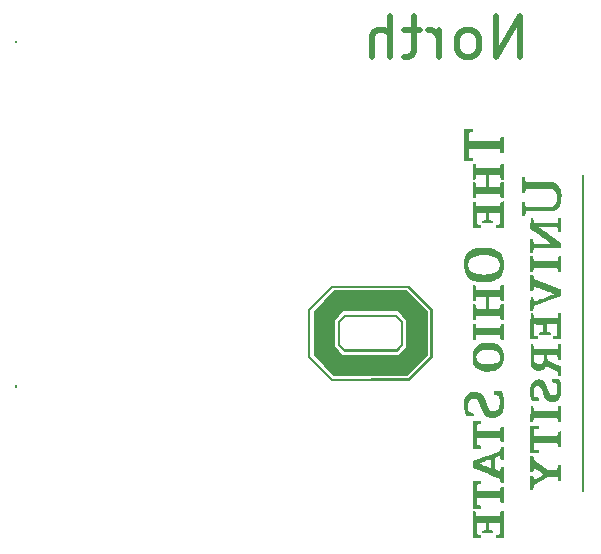
<source format=gbr>
%TF.GenerationSoftware,KiCad,Pcbnew,(6.0.9)*%
%TF.CreationDate,2023-01-22T20:54:45-05:00*%
%TF.ProjectId,Temps_North_DCT_HSK,54656d70-735f-44e6-9f72-74685f444354,rev?*%
%TF.SameCoordinates,Original*%
%TF.FileFunction,Legend,Bot*%
%TF.FilePolarity,Positive*%
%FSLAX46Y46*%
G04 Gerber Fmt 4.6, Leading zero omitted, Abs format (unit mm)*
G04 Created by KiCad (PCBNEW (6.0.9)) date 2023-01-22 20:54:45*
%MOMM*%
%LPD*%
G01*
G04 APERTURE LIST*
%ADD10C,0.254000*%
%ADD11C,0.500000*%
G04 APERTURE END LIST*
D10*
X92680002Y-50830000D02*
G75*
G03*
X92680002Y-50830000I-1J0D01*
G01*
X92690001Y-80020000D02*
G75*
G03*
X92690001Y-80020000I-1J0D01*
G01*
D11*
X135373619Y-52120933D02*
X135373619Y-48620933D01*
X133373619Y-52120933D01*
X133373619Y-48620933D01*
X131206952Y-52120933D02*
X131540285Y-51954266D01*
X131706952Y-51787600D01*
X131873619Y-51454266D01*
X131873619Y-50454266D01*
X131706952Y-50120933D01*
X131540285Y-49954266D01*
X131206952Y-49787600D01*
X130706952Y-49787600D01*
X130373619Y-49954266D01*
X130206952Y-50120933D01*
X130040285Y-50454266D01*
X130040285Y-51454266D01*
X130206952Y-51787600D01*
X130373619Y-51954266D01*
X130706952Y-52120933D01*
X131206952Y-52120933D01*
X128540285Y-52120933D02*
X128540285Y-49787600D01*
X128540285Y-50454266D02*
X128373619Y-50120933D01*
X128206952Y-49954266D01*
X127873619Y-49787600D01*
X127540285Y-49787600D01*
X126873619Y-49787600D02*
X125540285Y-49787600D01*
X126373619Y-48620933D02*
X126373619Y-51620933D01*
X126206952Y-51954266D01*
X125873619Y-52120933D01*
X125540285Y-52120933D01*
X124373619Y-52120933D02*
X124373619Y-48620933D01*
X122873619Y-52120933D02*
X122873619Y-50287600D01*
X123040285Y-49954266D01*
X123373619Y-49787600D01*
X123873619Y-49787600D01*
X124206952Y-49954266D01*
X124373619Y-50120933D01*
%TO.C,G\u002A\u002A\u002A*%
G36*
X131499801Y-90578042D02*
G01*
X131514286Y-90579255D01*
X131576825Y-90588533D01*
X131611982Y-90613393D01*
X131632084Y-90670030D01*
X131649460Y-90774637D01*
X131677472Y-90961163D01*
X133678125Y-90961163D01*
X133700145Y-90766527D01*
X133722166Y-90571891D01*
X133973300Y-90571891D01*
X133973300Y-92810205D01*
X133292074Y-92810205D01*
X133292074Y-92555639D01*
X133462381Y-92528567D01*
X133632687Y-92501495D01*
X133650641Y-91545071D01*
X132773045Y-91545071D01*
X132773045Y-92153060D01*
X132935242Y-92174576D01*
X133017518Y-92186809D01*
X133072961Y-92205684D01*
X133094080Y-92241693D01*
X133097438Y-92308512D01*
X133097438Y-92420933D01*
X132124258Y-92420933D01*
X132124258Y-92311958D01*
X132126813Y-92253787D01*
X132145344Y-92215330D01*
X132195910Y-92193096D01*
X132294565Y-92174090D01*
X132464871Y-92145198D01*
X132474198Y-91845135D01*
X132483526Y-91545071D01*
X131700813Y-91545071D01*
X131718767Y-92501495D01*
X131889073Y-92528567D01*
X132059380Y-92555639D01*
X132059380Y-92810205D01*
X131378154Y-92810205D01*
X131378154Y-90567974D01*
X131499801Y-90578042D01*
G37*
G36*
X136542378Y-69356565D02*
G01*
X138543271Y-69356565D01*
X138563900Y-69202478D01*
X138573562Y-69132895D01*
X138591559Y-69039818D01*
X138616472Y-68990359D01*
X138657702Y-68970768D01*
X138724645Y-68967293D01*
X138839201Y-68967293D01*
X138839201Y-70333662D01*
X138717553Y-70323593D01*
X138703068Y-70322381D01*
X138640529Y-70313103D01*
X138605372Y-70288243D01*
X138585270Y-70231606D01*
X138567894Y-70126999D01*
X138539882Y-69940473D01*
X136542378Y-69940473D01*
X136497198Y-70329745D01*
X136244054Y-70329745D01*
X136244054Y-68967293D01*
X136497198Y-68967293D01*
X136542378Y-69356565D01*
G37*
G36*
X136518133Y-86077026D02*
G01*
X136540172Y-86253426D01*
X137138345Y-86644714D01*
X137736517Y-87036003D01*
X138539882Y-87036003D01*
X138567894Y-86849477D01*
X138571238Y-86827269D01*
X138588204Y-86732108D01*
X138610027Y-86682119D01*
X138649034Y-86661109D01*
X138717553Y-86652883D01*
X138839201Y-86642815D01*
X138839201Y-88009183D01*
X138724645Y-88009183D01*
X138686318Y-88008554D01*
X138633814Y-87998482D01*
X138602175Y-87965199D01*
X138582004Y-87894955D01*
X138563900Y-87773998D01*
X138543271Y-87619911D01*
X137703147Y-87619911D01*
X137121724Y-87994465D01*
X136540301Y-88369020D01*
X136518197Y-88545934D01*
X136496093Y-88722849D01*
X136244054Y-88722849D01*
X136244054Y-87587472D01*
X136493068Y-87587472D01*
X136522648Y-87765558D01*
X136552228Y-87943643D01*
X136892841Y-87730426D01*
X137029746Y-87644642D01*
X137154727Y-87566173D01*
X137252234Y-87504790D01*
X137308499Y-87469146D01*
X137320207Y-87461469D01*
X137341930Y-87441872D01*
X137342644Y-87419645D01*
X137315594Y-87388360D01*
X137254027Y-87341591D01*
X137151189Y-87272911D01*
X137000326Y-87175894D01*
X136955408Y-87147219D01*
X136818288Y-87060521D01*
X136702509Y-86988539D01*
X136619127Y-86938097D01*
X136579198Y-86916018D01*
X136564828Y-86918326D01*
X136539234Y-86970073D01*
X136518692Y-87082205D01*
X136496093Y-87263078D01*
X136244054Y-87263078D01*
X136244054Y-85900626D01*
X136496093Y-85900626D01*
X136518133Y-86077026D01*
G37*
G36*
X138839201Y-83017442D02*
G01*
X138717553Y-83007374D01*
X138702557Y-83006118D01*
X138640291Y-82996813D01*
X138605272Y-82971859D01*
X138585212Y-82915083D01*
X138567825Y-82810316D01*
X138539745Y-82623327D01*
X137545986Y-82631900D01*
X136552228Y-82640473D01*
X136493068Y-83013525D01*
X136242738Y-83013525D01*
X136260274Y-81667293D01*
X136373811Y-81667293D01*
X136387058Y-81667307D01*
X136445589Y-81671460D01*
X136478710Y-81693686D01*
X136498080Y-81749351D01*
X136515361Y-81853819D01*
X136543373Y-82040345D01*
X138543271Y-82040345D01*
X138563900Y-81886259D01*
X138573562Y-81816675D01*
X138591559Y-81723598D01*
X138616472Y-81674139D01*
X138657702Y-81654548D01*
X138724645Y-81651073D01*
X138839201Y-81651073D01*
X138839201Y-83017442D01*
G37*
G36*
X126666123Y-72738145D02*
G01*
X127550312Y-73621895D01*
X127550312Y-77350094D01*
X125816408Y-79088366D01*
X119619337Y-79088366D01*
X118751363Y-78220839D01*
X117883390Y-77353312D01*
X117883390Y-76607863D01*
X119667553Y-76607863D01*
X120016806Y-76956033D01*
X120366058Y-77304202D01*
X125069862Y-77304202D01*
X125401786Y-76971145D01*
X125733709Y-76638088D01*
X125733709Y-74334897D01*
X125384457Y-73986727D01*
X125035204Y-73638557D01*
X120396380Y-73638557D01*
X120031967Y-74004007D01*
X119667553Y-74369458D01*
X119667553Y-76607863D01*
X117883390Y-76607863D01*
X117883390Y-73622772D01*
X118767141Y-72738583D01*
X119650891Y-71854394D01*
X125781934Y-71854394D01*
X126666123Y-72738145D01*
G37*
G36*
X136522648Y-70739750D02*
G01*
X136552228Y-70922679D01*
X137638945Y-71333095D01*
X137870169Y-71420433D01*
X138107417Y-71510073D01*
X138320377Y-71590566D01*
X138501767Y-71659157D01*
X138644306Y-71713092D01*
X138740712Y-71749619D01*
X138783703Y-71765983D01*
X138796369Y-71771910D01*
X138819496Y-71796576D01*
X138831786Y-71845873D01*
X138835366Y-71933165D01*
X138832362Y-72071818D01*
X138822981Y-72355181D01*
X137687604Y-72780761D01*
X136552228Y-73206340D01*
X136522648Y-73390009D01*
X136493068Y-73573679D01*
X136242522Y-73573679D01*
X136251398Y-73014100D01*
X136260274Y-72454522D01*
X136373424Y-72454522D01*
X136437037Y-72457903D01*
X136473915Y-72478383D01*
X136496855Y-72531536D01*
X136518655Y-72632938D01*
X136536274Y-72707490D01*
X136562362Y-72779900D01*
X136585279Y-72805612D01*
X136596650Y-72802646D01*
X136662484Y-72781004D01*
X136773892Y-72741934D01*
X136921186Y-72689030D01*
X137094677Y-72625885D01*
X137284676Y-72556093D01*
X137481497Y-72483247D01*
X137675450Y-72410941D01*
X137856846Y-72342768D01*
X138015998Y-72282322D01*
X138143216Y-72233197D01*
X138228813Y-72198986D01*
X138263101Y-72183282D01*
X138246477Y-72172067D01*
X138178253Y-72140993D01*
X138066109Y-72094026D01*
X137919281Y-72034711D01*
X137747005Y-71966591D01*
X137558516Y-71893211D01*
X137363049Y-71818115D01*
X137169840Y-71744848D01*
X136988123Y-71676955D01*
X136827135Y-71617979D01*
X136696110Y-71571465D01*
X136604284Y-71540957D01*
X136560893Y-71530001D01*
X136550520Y-71546080D01*
X136533881Y-71610884D01*
X136518385Y-71708417D01*
X136496093Y-71886833D01*
X136244054Y-71886833D01*
X136244054Y-70556820D01*
X136493068Y-70556820D01*
X136522648Y-70739750D01*
G37*
G36*
X138563900Y-76631086D02*
G01*
X138573562Y-76561503D01*
X138591559Y-76468426D01*
X138616472Y-76418967D01*
X138657702Y-76399376D01*
X138724645Y-76395901D01*
X138839201Y-76395901D01*
X138839201Y-77762269D01*
X138717553Y-77752201D01*
X138703068Y-77750989D01*
X138640529Y-77741711D01*
X138605372Y-77716850D01*
X138585270Y-77660214D01*
X138567894Y-77555607D01*
X138539882Y-77369081D01*
X137662947Y-77369081D01*
X137679856Y-77519098D01*
X137683980Y-77549381D01*
X137711165Y-77647587D01*
X137763362Y-77733841D01*
X137848019Y-77814189D01*
X137972583Y-77894676D01*
X138144504Y-77981348D01*
X138371228Y-78080249D01*
X138822981Y-78268674D01*
X138832033Y-78694740D01*
X138841084Y-79120805D01*
X138725587Y-79120805D01*
X138689961Y-79120296D01*
X138635548Y-79110803D01*
X138602947Y-79078450D01*
X138582489Y-79009362D01*
X138564507Y-78889668D01*
X138544486Y-78739629D01*
X138255617Y-78619895D01*
X138209753Y-78600375D01*
X138050647Y-78526534D01*
X137896655Y-78447247D01*
X137775597Y-78376613D01*
X137584446Y-78253066D01*
X137522487Y-78368332D01*
X137498578Y-78405394D01*
X137416310Y-78496329D01*
X137318449Y-78573770D01*
X137222981Y-78626048D01*
X137026923Y-78684953D01*
X136833173Y-78681837D01*
X136649352Y-78617441D01*
X136483081Y-78492506D01*
X136424953Y-78430947D01*
X136375092Y-78365610D01*
X136336532Y-78292774D01*
X136307824Y-78204243D01*
X136287517Y-78091823D01*
X136274160Y-77947316D01*
X136266303Y-77762527D01*
X136264045Y-77624221D01*
X136568447Y-77624221D01*
X136569883Y-77725495D01*
X136578933Y-77832694D01*
X136599459Y-77906087D01*
X136635066Y-77964053D01*
X136733041Y-78048089D01*
X136868964Y-78096631D01*
X137017708Y-78099401D01*
X137161841Y-78056312D01*
X137283927Y-77967277D01*
X137323424Y-77917215D01*
X137350105Y-77854227D01*
X137365534Y-77763358D01*
X137374628Y-77626118D01*
X137386300Y-77369081D01*
X136568447Y-77369081D01*
X136568447Y-77624221D01*
X136264045Y-77624221D01*
X136262495Y-77529262D01*
X136261286Y-77239324D01*
X136260274Y-76412121D01*
X136373811Y-76412121D01*
X136387058Y-76412135D01*
X136445589Y-76416288D01*
X136478710Y-76438514D01*
X136498080Y-76494178D01*
X136515361Y-76598647D01*
X136543373Y-76785173D01*
X138543271Y-76785173D01*
X138563900Y-76631086D01*
G37*
G36*
X138839201Y-66895092D02*
G01*
X138717553Y-66885024D01*
X138703068Y-66883811D01*
X138640529Y-66874533D01*
X138605372Y-66849673D01*
X138585270Y-66793036D01*
X138567894Y-66688430D01*
X138539882Y-66501903D01*
X137006378Y-66504237D01*
X137098365Y-66579493D01*
X137111543Y-66589817D01*
X137179269Y-66640092D01*
X137289852Y-66720325D01*
X137435924Y-66825235D01*
X137610114Y-66949542D01*
X137805056Y-67087965D01*
X138013379Y-67235223D01*
X138836407Y-67815697D01*
X138839201Y-68286067D01*
X136542378Y-68286067D01*
X136497198Y-68675339D01*
X136244054Y-68675339D01*
X136244054Y-67507523D01*
X136497198Y-67507523D01*
X136542378Y-67896795D01*
X138010214Y-67896795D01*
X137795248Y-67742708D01*
X137744466Y-67706291D01*
X137628591Y-67623141D01*
X137476998Y-67514321D01*
X137300023Y-67387253D01*
X137108000Y-67249354D01*
X136911266Y-67108047D01*
X136242250Y-66627473D01*
X136260274Y-65739579D01*
X136373811Y-65739579D01*
X136387058Y-65739593D01*
X136445589Y-65743746D01*
X136478710Y-65765972D01*
X136498080Y-65821637D01*
X136515361Y-65926105D01*
X136543373Y-66112631D01*
X138543271Y-66112631D01*
X138563900Y-65958545D01*
X138573562Y-65888962D01*
X138591559Y-65795884D01*
X138616472Y-65746425D01*
X138657702Y-65726834D01*
X138724645Y-65723359D01*
X138839201Y-65723359D01*
X138839201Y-66895092D01*
G37*
G36*
X133903414Y-80653564D02*
G01*
X133938296Y-80785923D01*
X133976262Y-80960608D01*
X134002342Y-81115824D01*
X134011559Y-81201925D01*
X134017963Y-81489476D01*
X133991453Y-81777388D01*
X133934198Y-82036357D01*
X133892999Y-82145283D01*
X133773144Y-82336779D01*
X133610612Y-82487144D01*
X133412987Y-82592910D01*
X133187852Y-82650604D01*
X132942790Y-82656757D01*
X132685385Y-82607897D01*
X132572777Y-82565178D01*
X132435807Y-82478442D01*
X132316409Y-82353592D01*
X132209733Y-82183944D01*
X132110935Y-81962812D01*
X132015167Y-81683513D01*
X131968325Y-81541220D01*
X131884593Y-81337301D01*
X131795277Y-81188974D01*
X131695297Y-81090334D01*
X131579575Y-81035479D01*
X131443032Y-81018506D01*
X131281301Y-81043720D01*
X131148771Y-81123154D01*
X131040392Y-81260973D01*
X131029843Y-81281490D01*
X130995690Y-81403797D01*
X130979604Y-81572933D01*
X130982208Y-81776179D01*
X131004126Y-82000814D01*
X131010801Y-82050604D01*
X131023064Y-82112586D01*
X131047329Y-82151471D01*
X131096521Y-82176110D01*
X131183564Y-82195351D01*
X131321385Y-82218045D01*
X131370838Y-82226925D01*
X131420938Y-82247646D01*
X131440007Y-82292729D01*
X131443032Y-82382428D01*
X131443032Y-82526935D01*
X130799277Y-82526935D01*
X130766147Y-82421508D01*
X130686006Y-82123470D01*
X130630857Y-81791352D01*
X130617306Y-81484379D01*
X130644418Y-81207357D01*
X130711259Y-80965092D01*
X130816894Y-80762390D01*
X130960388Y-80604058D01*
X131140807Y-80494901D01*
X131307267Y-80444589D01*
X131530415Y-80425126D01*
X131752944Y-80452264D01*
X131957847Y-80523562D01*
X132128119Y-80636582D01*
X132158942Y-80665729D01*
X132239143Y-80757671D01*
X132312968Y-80871495D01*
X132385775Y-81017507D01*
X132462926Y-81206012D01*
X132549781Y-81447317D01*
X132601069Y-81590894D01*
X132654077Y-81729266D01*
X132699221Y-81837087D01*
X132730287Y-81898822D01*
X132799618Y-81975646D01*
X132934837Y-82047700D01*
X133104443Y-82072785D01*
X133109773Y-82072761D01*
X133287817Y-82041442D01*
X133436803Y-81952863D01*
X133551589Y-81810044D01*
X133566015Y-81784086D01*
X133596252Y-81720143D01*
X133615619Y-81652973D01*
X133626435Y-81567168D01*
X133631019Y-81447320D01*
X133631693Y-81278021D01*
X133630817Y-81149680D01*
X133624962Y-80989963D01*
X133609071Y-80879047D01*
X133577935Y-80807031D01*
X133526349Y-80764015D01*
X133449102Y-80740099D01*
X133340989Y-80725382D01*
X133129878Y-80702774D01*
X133129878Y-80418379D01*
X133834092Y-80418379D01*
X133903414Y-80653564D01*
G37*
G36*
X125879281Y-71467522D02*
G01*
X125977004Y-71467558D01*
X126974514Y-72443246D01*
X127972023Y-73418933D01*
X127972023Y-77514672D01*
X126974710Y-78512374D01*
X125977397Y-79510077D01*
X119407363Y-79510077D01*
X117429239Y-77554589D01*
X117429239Y-77483038D01*
X117623875Y-77483038D01*
X118562076Y-78420820D01*
X119500277Y-79358603D01*
X125912125Y-79314779D01*
X127777387Y-77450599D01*
X127777387Y-73524607D01*
X125879281Y-71627319D01*
X119488717Y-71627319D01*
X117623875Y-73492993D01*
X117623875Y-77483038D01*
X117429239Y-77483038D01*
X117429239Y-73428094D01*
X118410330Y-72446608D01*
X119391420Y-71465122D01*
X125879281Y-71467522D01*
G37*
G36*
X133724287Y-85089643D02*
G01*
X133973300Y-85089643D01*
X133973300Y-86228936D01*
X133851786Y-86218868D01*
X133784725Y-86210773D01*
X133743660Y-86189107D01*
X133721209Y-86137366D01*
X133703335Y-86038493D01*
X133691718Y-85978809D01*
X133664842Y-85898212D01*
X133635724Y-85868187D01*
X133594587Y-85877222D01*
X133509380Y-85905496D01*
X133403013Y-85946316D01*
X133210976Y-86024445D01*
X133210976Y-87010886D01*
X133438051Y-87101312D01*
X133665127Y-87191738D01*
X133698328Y-87008443D01*
X133700697Y-86995384D01*
X133720922Y-86897561D01*
X133744307Y-86845749D01*
X133783817Y-86823677D01*
X133852414Y-86815079D01*
X133973300Y-86805011D01*
X133973300Y-88175296D01*
X133851653Y-88165228D01*
X133842154Y-88164437D01*
X133776951Y-88155388D01*
X133740447Y-88131407D01*
X133719919Y-88076078D01*
X133702640Y-87972984D01*
X133675274Y-87790807D01*
X133021414Y-87538317D01*
X132804924Y-87454638D01*
X132551576Y-87356555D01*
X132298098Y-87258282D01*
X132064712Y-87167659D01*
X131871642Y-87092528D01*
X131375730Y-86899228D01*
X131385052Y-86619144D01*
X131388452Y-86516974D01*
X131929622Y-86516974D01*
X131933616Y-86520796D01*
X131981323Y-86544108D01*
X132072911Y-86582505D01*
X132195718Y-86631227D01*
X132337078Y-86685513D01*
X132484327Y-86740605D01*
X132624802Y-86791740D01*
X132745837Y-86834159D01*
X132834769Y-86863101D01*
X132878932Y-86873806D01*
X132887216Y-86851521D01*
X132895291Y-86776242D01*
X132900779Y-86660362D01*
X132902802Y-86516974D01*
X132901312Y-86393147D01*
X132896276Y-86272427D01*
X132888524Y-86190395D01*
X132878932Y-86160141D01*
X132868763Y-86161642D01*
X132806746Y-86179574D01*
X132704595Y-86214001D01*
X132574976Y-86260163D01*
X132430553Y-86313298D01*
X132283989Y-86368647D01*
X132147950Y-86421450D01*
X132035100Y-86466945D01*
X131958102Y-86500373D01*
X131929622Y-86516974D01*
X131388452Y-86516974D01*
X131394373Y-86339060D01*
X132529750Y-85899886D01*
X132878932Y-85764820D01*
X133665127Y-85460713D01*
X133724287Y-85089643D01*
G37*
G36*
X138473638Y-79381594D02*
G01*
X138597523Y-79387920D01*
X138686224Y-79398346D01*
X138724900Y-79411525D01*
X138726448Y-79414381D01*
X138745321Y-79466475D01*
X138773721Y-79560794D01*
X138806127Y-79679150D01*
X138839297Y-79841563D01*
X138864559Y-80079878D01*
X138869405Y-80327221D01*
X138853600Y-80560135D01*
X138816908Y-80755161D01*
X138750738Y-80922722D01*
X138628576Y-81095294D01*
X138468994Y-81222248D01*
X138279622Y-81295904D01*
X138127311Y-81316262D01*
X137914664Y-81298444D01*
X137724073Y-81227241D01*
X137564798Y-81106603D01*
X137446100Y-80940479D01*
X137424234Y-80891627D01*
X137381333Y-80780027D01*
X137331852Y-80638339D01*
X137282686Y-80485743D01*
X137281456Y-80481756D01*
X137210686Y-80276987D01*
X137140580Y-80129772D01*
X137065807Y-80033188D01*
X136981033Y-79980314D01*
X136880925Y-79964228D01*
X136770155Y-79983520D01*
X136663286Y-80056148D01*
X136589722Y-80177893D01*
X136552346Y-80343606D01*
X136554042Y-80548136D01*
X136560250Y-80609625D01*
X136575262Y-80733576D01*
X136593650Y-80810595D01*
X136622372Y-80853500D01*
X136668387Y-80875112D01*
X136738652Y-80888250D01*
X136835906Y-80904101D01*
X136923255Y-80924766D01*
X136969252Y-80952840D01*
X136987139Y-80997856D01*
X136990159Y-81069351D01*
X136990159Y-81196923D01*
X136681182Y-81196923D01*
X136576758Y-81196995D01*
X136470715Y-81192430D01*
X136398302Y-81173557D01*
X136349953Y-81130575D01*
X136316100Y-81053687D01*
X136287175Y-80933092D01*
X136253613Y-80758992D01*
X136241176Y-80686965D01*
X136217563Y-80424225D01*
X136226735Y-80171381D01*
X136266778Y-79940912D01*
X136335777Y-79745298D01*
X136431819Y-79597019D01*
X136451306Y-79576788D01*
X136595401Y-79476619D01*
X136773687Y-79415055D01*
X136967891Y-79396415D01*
X137159742Y-79425015D01*
X137170939Y-79428343D01*
X137301854Y-79481551D01*
X137412504Y-79559590D01*
X137508500Y-79670377D01*
X137595452Y-79821827D01*
X137678973Y-80021856D01*
X137764672Y-80278378D01*
X137773736Y-80307425D01*
X137837166Y-80486786D01*
X137899884Y-80611513D01*
X137969026Y-80690094D01*
X138051729Y-80731017D01*
X138155132Y-80742772D01*
X138165684Y-80742672D01*
X138297558Y-80718642D01*
X138396102Y-80649740D01*
X138463576Y-80532143D01*
X138502243Y-80362030D01*
X138514365Y-80135576D01*
X138514296Y-80097196D01*
X138512300Y-79937633D01*
X138503203Y-79829439D01*
X138481060Y-79761323D01*
X138439929Y-79721995D01*
X138373865Y-79700164D01*
X138276926Y-79684540D01*
X138076876Y-79656054D01*
X138056926Y-79380320D01*
X138381270Y-79380320D01*
X138473638Y-79381594D01*
G37*
G36*
X131499801Y-71438834D02*
G01*
X131514286Y-71440047D01*
X131576825Y-71449325D01*
X131611982Y-71474185D01*
X131632084Y-71530822D01*
X131649460Y-71635428D01*
X131677472Y-71821955D01*
X133678125Y-71821955D01*
X133700145Y-71627319D01*
X133722166Y-71432683D01*
X133973300Y-71432683D01*
X133973300Y-72799051D01*
X133851653Y-72788983D01*
X133837168Y-72787770D01*
X133774629Y-72778492D01*
X133739472Y-72753632D01*
X133719370Y-72696996D01*
X133701994Y-72592389D01*
X133673982Y-72405863D01*
X132773045Y-72405863D01*
X132773045Y-73411482D01*
X133209062Y-73411482D01*
X133232943Y-73411440D01*
X133398926Y-73408601D01*
X133533678Y-73401865D01*
X133625989Y-73392010D01*
X133664649Y-73379815D01*
X133672456Y-73359303D01*
X133688701Y-73285461D01*
X133703521Y-73185179D01*
X133722823Y-73022210D01*
X133973300Y-73022210D01*
X133973300Y-74388578D01*
X133851653Y-74378510D01*
X133837168Y-74377298D01*
X133774629Y-74368020D01*
X133739472Y-74343160D01*
X133719370Y-74286523D01*
X133701994Y-74181916D01*
X133673982Y-73995390D01*
X131677472Y-73995390D01*
X131649460Y-74181916D01*
X131646116Y-74204125D01*
X131629150Y-74299285D01*
X131607327Y-74349274D01*
X131568320Y-74370284D01*
X131499801Y-74378510D01*
X131378154Y-74388578D01*
X131378154Y-73018294D01*
X131498234Y-73028362D01*
X131499729Y-73028487D01*
X131568018Y-73037518D01*
X131607221Y-73060921D01*
X131630826Y-73115197D01*
X131652321Y-73216846D01*
X131686327Y-73395262D01*
X132067489Y-73404402D01*
X132448652Y-73413541D01*
X132448652Y-72405863D01*
X131677472Y-72405863D01*
X131649460Y-72592389D01*
X131646116Y-72614597D01*
X131629150Y-72709758D01*
X131607327Y-72759746D01*
X131568320Y-72780757D01*
X131499801Y-72788983D01*
X131378154Y-72799051D01*
X131378154Y-71428766D01*
X131499801Y-71438834D01*
G37*
G36*
X135688918Y-62252543D02*
G01*
X135757412Y-62261094D01*
X135789334Y-62295590D01*
X135806522Y-62373998D01*
X135808195Y-62384337D01*
X135825683Y-62486697D01*
X135841049Y-62568634D01*
X135856018Y-62641622D01*
X136931880Y-62641622D01*
X136990699Y-62641635D01*
X137284155Y-62642230D01*
X137521775Y-62643960D01*
X137711230Y-62647159D01*
X137860190Y-62652159D01*
X137976326Y-62659293D01*
X138067306Y-62668894D01*
X138140803Y-62681294D01*
X138204485Y-62696826D01*
X138357450Y-62756986D01*
X138538439Y-62887027D01*
X138684986Y-63070733D01*
X138796066Y-63306721D01*
X138870651Y-63593610D01*
X138884129Y-63707713D01*
X138888800Y-63903604D01*
X138878195Y-64118229D01*
X138853816Y-64326106D01*
X138817163Y-64501751D01*
X138791844Y-64579553D01*
X138719944Y-64720974D01*
X138606959Y-64863194D01*
X138597287Y-64873778D01*
X138532087Y-64943815D01*
X138472263Y-65001143D01*
X138410792Y-65047096D01*
X138340647Y-65083011D01*
X138254804Y-65110222D01*
X138146237Y-65130065D01*
X138007920Y-65143875D01*
X137832829Y-65152989D01*
X137613938Y-65158740D01*
X137344223Y-65162466D01*
X137016657Y-65165501D01*
X135859119Y-65175613D01*
X135841840Y-65262960D01*
X135840508Y-65269739D01*
X135822444Y-65366071D01*
X135803299Y-65473678D01*
X135798492Y-65500704D01*
X135779153Y-65566104D01*
X135741497Y-65589168D01*
X135664322Y-65587216D01*
X135546608Y-65577382D01*
X135537767Y-64985365D01*
X135528925Y-64393347D01*
X135657944Y-64393347D01*
X135689558Y-64393556D01*
X135757676Y-64402206D01*
X135789412Y-64436748D01*
X135806522Y-64514994D01*
X135808131Y-64524933D01*
X135825801Y-64628106D01*
X135841534Y-64711562D01*
X135856988Y-64786483D01*
X138076876Y-64766399D01*
X138227848Y-64677649D01*
X138356673Y-64578755D01*
X138453338Y-64440955D01*
X138508932Y-64263568D01*
X138527179Y-64038645D01*
X138527185Y-64036018D01*
X138521850Y-63896829D01*
X138507484Y-63766782D01*
X138487142Y-63673711D01*
X138437053Y-63576702D01*
X138333342Y-63455609D01*
X138204294Y-63354502D01*
X138071063Y-63292749D01*
X138007340Y-63283376D01*
X137882007Y-63274795D01*
X137702996Y-63267811D01*
X137476075Y-63262595D01*
X137207010Y-63259318D01*
X136901569Y-63258151D01*
X135856018Y-63257970D01*
X135841049Y-63330958D01*
X135839741Y-63337429D01*
X135823777Y-63423637D01*
X135806522Y-63525594D01*
X135801713Y-63554242D01*
X135782462Y-63617887D01*
X135742062Y-63642898D01*
X135658676Y-63647242D01*
X135530389Y-63647242D01*
X135530389Y-62252350D01*
X135658676Y-62252350D01*
X135688918Y-62252543D01*
G37*
G36*
X131410593Y-58294133D02*
G01*
X131410603Y-58305331D01*
X131408471Y-58367678D01*
X131393384Y-58407090D01*
X131352599Y-58432072D01*
X131273375Y-58451130D01*
X131142968Y-58472769D01*
X131021321Y-58492327D01*
X131021321Y-59235492D01*
X132332928Y-59235492D01*
X132417741Y-59235521D01*
X132732062Y-59235991D01*
X132988869Y-59236205D01*
X133194091Y-59235072D01*
X133353656Y-59231500D01*
X133473494Y-59224397D01*
X133559534Y-59212671D01*
X133617705Y-59195230D01*
X133653936Y-59170983D01*
X133674157Y-59138837D01*
X133684297Y-59097700D01*
X133690284Y-59046481D01*
X133698048Y-58984087D01*
X133706533Y-58932981D01*
X133726309Y-58872841D01*
X133766505Y-58849890D01*
X133846394Y-58846220D01*
X133973300Y-58846220D01*
X133973300Y-60241112D01*
X133846394Y-60241112D01*
X133799261Y-60240528D01*
X133742141Y-60229205D01*
X133714827Y-60189414D01*
X133698048Y-60103244D01*
X133695701Y-60087164D01*
X133688906Y-60027557D01*
X133682462Y-59978861D01*
X133670440Y-59939986D01*
X133646911Y-59909839D01*
X133605946Y-59887328D01*
X133541615Y-59871361D01*
X133447990Y-59860846D01*
X133319142Y-59854692D01*
X133149140Y-59851806D01*
X132932057Y-59851097D01*
X132661963Y-59851472D01*
X132332928Y-59851840D01*
X131021321Y-59851840D01*
X131021321Y-60224274D01*
X131020989Y-60315318D01*
X131021374Y-60447741D01*
X131029428Y-60533424D01*
X131052682Y-60584241D01*
X131098667Y-60612062D01*
X131174911Y-60628759D01*
X131288945Y-60646204D01*
X131317593Y-60651013D01*
X131381238Y-60670264D01*
X131406249Y-60710664D01*
X131410593Y-60794050D01*
X131410593Y-60922338D01*
X130664488Y-60922338D01*
X130664488Y-58164994D01*
X131410593Y-58164994D01*
X131410593Y-58294133D01*
G37*
G36*
X133973300Y-76039068D02*
G01*
X133722823Y-76039068D01*
X133703521Y-75876099D01*
X133695790Y-75818814D01*
X133679576Y-75730125D01*
X133664649Y-75681463D01*
X133633994Y-75673145D01*
X133542273Y-75665125D01*
X133394351Y-75658635D01*
X133194810Y-75653821D01*
X132948233Y-75650826D01*
X132659204Y-75649796D01*
X131673329Y-75649796D01*
X131651309Y-75844432D01*
X131629288Y-76039068D01*
X131378154Y-76039068D01*
X131378154Y-74672700D01*
X131499801Y-74682768D01*
X131514286Y-74683980D01*
X131576825Y-74693258D01*
X131611982Y-74718119D01*
X131632084Y-74774755D01*
X131649460Y-74879362D01*
X131677472Y-75065888D01*
X133673982Y-75065888D01*
X133701994Y-74879362D01*
X133705338Y-74857154D01*
X133722304Y-74761993D01*
X133744127Y-74712004D01*
X133783134Y-74690994D01*
X133851653Y-74682768D01*
X133973300Y-74672700D01*
X133973300Y-76039068D01*
G37*
G36*
X131499801Y-61123125D02*
G01*
X131514286Y-61124338D01*
X131576825Y-61133616D01*
X131611982Y-61158476D01*
X131632084Y-61215113D01*
X131649460Y-61319720D01*
X131677472Y-61506246D01*
X133678125Y-61506246D01*
X133700145Y-61311610D01*
X133722166Y-61116974D01*
X133973300Y-61116974D01*
X133973300Y-62483342D01*
X133851653Y-62473274D01*
X133837168Y-62472061D01*
X133774629Y-62462783D01*
X133739472Y-62437923D01*
X133719370Y-62381287D01*
X133701994Y-62276680D01*
X133673982Y-62090154D01*
X132773045Y-62090154D01*
X132773045Y-63095773D01*
X133209062Y-63095773D01*
X133232943Y-63095731D01*
X133398926Y-63092892D01*
X133533678Y-63086156D01*
X133625989Y-63076301D01*
X133664649Y-63064107D01*
X133672456Y-63043594D01*
X133688701Y-62969753D01*
X133703521Y-62869471D01*
X133722823Y-62706501D01*
X133973300Y-62706501D01*
X133973300Y-64072870D01*
X133851653Y-64062802D01*
X133837168Y-64061589D01*
X133774629Y-64052311D01*
X133739472Y-64027451D01*
X133719370Y-63970814D01*
X133701994Y-63866207D01*
X133673982Y-63679681D01*
X131677472Y-63679681D01*
X131649460Y-63866207D01*
X131646116Y-63888416D01*
X131629150Y-63983576D01*
X131607327Y-64033565D01*
X131568320Y-64054575D01*
X131499801Y-64062802D01*
X131378154Y-64072870D01*
X131378154Y-62702585D01*
X131499801Y-62712653D01*
X131514286Y-62713865D01*
X131576825Y-62723143D01*
X131611982Y-62748004D01*
X131632084Y-62804640D01*
X131649460Y-62909247D01*
X131677472Y-63095773D01*
X132448652Y-63095773D01*
X132448652Y-62090154D01*
X131677472Y-62090154D01*
X131649460Y-62276680D01*
X131646116Y-62298888D01*
X131629150Y-62394049D01*
X131607327Y-62444037D01*
X131568320Y-62465048D01*
X131499801Y-62473274D01*
X131378154Y-62483342D01*
X131378154Y-61113057D01*
X131499801Y-61123125D01*
G37*
G36*
X138839201Y-76006629D02*
G01*
X138157975Y-76006629D01*
X138157975Y-75751783D01*
X138514807Y-75707199D01*
X138514807Y-74741495D01*
X137638945Y-74741495D01*
X137638945Y-75355608D01*
X137801142Y-75377124D01*
X137881466Y-75389045D01*
X137937998Y-75407742D01*
X137959765Y-75442936D01*
X137963339Y-75507998D01*
X137963339Y-75617357D01*
X136986048Y-75617357D01*
X136996213Y-75513483D01*
X137001704Y-75472600D01*
X137022292Y-75426948D01*
X137072103Y-75399201D01*
X137168575Y-75375387D01*
X137330772Y-75341164D01*
X137330772Y-74757714D01*
X136949610Y-74748575D01*
X136568447Y-74739436D01*
X136568447Y-75707199D01*
X136746864Y-75729491D01*
X136925280Y-75751783D01*
X136925280Y-76006629D01*
X136243202Y-76006629D01*
X136251738Y-74895582D01*
X136260274Y-73784534D01*
X136373811Y-73784534D01*
X136387058Y-73784548D01*
X136445589Y-73788701D01*
X136478710Y-73810928D01*
X136498080Y-73866592D01*
X136515361Y-73971061D01*
X136543373Y-74157587D01*
X138543271Y-74157587D01*
X138563900Y-74003500D01*
X138573562Y-73933917D01*
X138591559Y-73840840D01*
X138616472Y-73791381D01*
X138657702Y-73771789D01*
X138724645Y-73768315D01*
X138839201Y-73768315D01*
X138839201Y-76006629D01*
G37*
G36*
X140818000Y-88917485D02*
G01*
X140623364Y-88917485D01*
X140623364Y-62057714D01*
X140818000Y-62057714D01*
X140818000Y-88917485D01*
G37*
G36*
X133973300Y-66566782D02*
G01*
X133292074Y-66566782D01*
X133292074Y-66311936D01*
X133470491Y-66289644D01*
X133648907Y-66267353D01*
X133648907Y-65301648D01*
X132773045Y-65301648D01*
X132773045Y-65911907D01*
X132935242Y-65934215D01*
X133016067Y-65946618D01*
X133072310Y-65965677D01*
X133093915Y-66001291D01*
X133097438Y-66067016D01*
X133097438Y-66177510D01*
X132120148Y-66177510D01*
X132130313Y-66073636D01*
X132135804Y-66032753D01*
X132156392Y-65987101D01*
X132206203Y-65959354D01*
X132302675Y-65935540D01*
X132464871Y-65901317D01*
X132464871Y-65317868D01*
X132083709Y-65308728D01*
X131702547Y-65299589D01*
X131702547Y-66267353D01*
X131880963Y-66289644D01*
X132059380Y-66311936D01*
X132059380Y-66566782D01*
X131378154Y-66566782D01*
X131378154Y-64324552D01*
X131499801Y-64334620D01*
X131514286Y-64335832D01*
X131576825Y-64345110D01*
X131611982Y-64369971D01*
X131632084Y-64426607D01*
X131649460Y-64531214D01*
X131677472Y-64717740D01*
X133673982Y-64717740D01*
X133701994Y-64531214D01*
X133705338Y-64509005D01*
X133722304Y-64413845D01*
X133744127Y-64363856D01*
X133783134Y-64342846D01*
X133851653Y-64334620D01*
X133973300Y-64324552D01*
X133973300Y-66566782D01*
G37*
G36*
X132497137Y-68244935D02*
G01*
X132859869Y-68283625D01*
X133172670Y-68363446D01*
X133435933Y-68484668D01*
X133650053Y-68647564D01*
X133815423Y-68852404D01*
X133932437Y-69099461D01*
X134001490Y-69389004D01*
X134013711Y-69514392D01*
X134019374Y-69684299D01*
X134014924Y-69843155D01*
X133992309Y-70039604D01*
X133918994Y-70327876D01*
X133799938Y-70572041D01*
X133634070Y-70773019D01*
X133420321Y-70931732D01*
X133157621Y-71049100D01*
X132844901Y-71126044D01*
X132481091Y-71163484D01*
X132152070Y-71164018D01*
X131806840Y-71127635D01*
X131501584Y-71052942D01*
X131240293Y-70941301D01*
X131026958Y-70794072D01*
X130865571Y-70612617D01*
X130769721Y-70443843D01*
X130675716Y-70185479D01*
X130624761Y-69907508D01*
X130616438Y-69632963D01*
X130983541Y-69632963D01*
X130985190Y-69813917D01*
X131017974Y-69978991D01*
X131075762Y-70086347D01*
X131178243Y-70204289D01*
X131305331Y-70309986D01*
X131438505Y-70385534D01*
X131550595Y-70424810D01*
X131775194Y-70475310D01*
X132034082Y-70507082D01*
X132309607Y-70518959D01*
X132584116Y-70509771D01*
X132839957Y-70478350D01*
X133075559Y-70421346D01*
X133298754Y-70325796D01*
X133467301Y-70198226D01*
X133582624Y-70037791D01*
X133600164Y-70000091D01*
X133653151Y-69808675D01*
X133657423Y-69609536D01*
X133614329Y-69420932D01*
X133525219Y-69261123D01*
X133491540Y-69221835D01*
X133343731Y-69096481D01*
X133155950Y-69001902D01*
X132923188Y-68936567D01*
X132640433Y-68898945D01*
X132302675Y-68887505D01*
X132000076Y-68898329D01*
X131715608Y-68934625D01*
X131482700Y-68998180D01*
X131296734Y-69090767D01*
X131153092Y-69214164D01*
X131047153Y-69370145D01*
X131011691Y-69463974D01*
X130983541Y-69632963D01*
X130616438Y-69632963D01*
X130616103Y-69621897D01*
X130648990Y-69340611D01*
X130722670Y-69075619D01*
X130836391Y-68838887D01*
X130989400Y-68642381D01*
X131147347Y-68511638D01*
X131373476Y-68390374D01*
X131644371Y-68305559D01*
X131963695Y-68256099D01*
X132302675Y-68242229D01*
X132335114Y-68240902D01*
X132497137Y-68244935D01*
G37*
G36*
X132091819Y-83012056D02*
G01*
X132091627Y-83042297D01*
X132083075Y-83110791D01*
X132048579Y-83142714D01*
X131970171Y-83159902D01*
X131891678Y-83172151D01*
X131792277Y-83190630D01*
X131735406Y-83216862D01*
X131709323Y-83265091D01*
X131702284Y-83349561D01*
X131702547Y-83484514D01*
X131702547Y-83759630D01*
X133676678Y-83759630D01*
X133698970Y-83581214D01*
X133721261Y-83402797D01*
X133973300Y-83402797D01*
X133973300Y-84732810D01*
X133721261Y-84732810D01*
X133698970Y-84554394D01*
X133676678Y-84375978D01*
X131702547Y-84375978D01*
X131702547Y-84652730D01*
X131702491Y-84717783D01*
X131705262Y-84832668D01*
X131720182Y-84902183D01*
X131757241Y-84940043D01*
X131826427Y-84959967D01*
X131937732Y-84975671D01*
X132091819Y-84996300D01*
X132091819Y-85251840D01*
X131378154Y-85251840D01*
X131378154Y-82883768D01*
X132091819Y-82883768D01*
X132091819Y-83012056D01*
G37*
G36*
X132091819Y-88260318D02*
G01*
X131897183Y-88282338D01*
X131702547Y-88304359D01*
X131702547Y-88885045D01*
X133678125Y-88885045D01*
X133700145Y-88690409D01*
X133722166Y-88495773D01*
X133973300Y-88495773D01*
X133973300Y-89858225D01*
X133722166Y-89858225D01*
X133700145Y-89663589D01*
X133678125Y-89468953D01*
X131702547Y-89468953D01*
X131702547Y-90049640D01*
X131897183Y-90071660D01*
X132091819Y-90093681D01*
X132091819Y-90344815D01*
X131378154Y-90344815D01*
X131378154Y-88009183D01*
X132091819Y-88009183D01*
X132091819Y-88260318D01*
G37*
G36*
X125205892Y-74197420D02*
G01*
X125474194Y-74464328D01*
X125474194Y-76514150D01*
X125202424Y-76779419D01*
X124930653Y-77044688D01*
X120503049Y-77044688D01*
X119959507Y-76514150D01*
X119959507Y-76413861D01*
X120121704Y-76413861D01*
X120341484Y-76631956D01*
X120561263Y-76850052D01*
X124875941Y-76850052D01*
X125077750Y-76646433D01*
X125279558Y-76442814D01*
X125279558Y-74528765D01*
X125075940Y-74326956D01*
X124872321Y-74125147D01*
X120557895Y-74125147D01*
X120339800Y-74344927D01*
X120121704Y-74564707D01*
X120121704Y-76413861D01*
X119959507Y-76413861D01*
X119959507Y-74467116D01*
X120226416Y-74198813D01*
X120493324Y-73930511D01*
X124937590Y-73930511D01*
X125205892Y-74197420D01*
G37*
G36*
X132956603Y-76287466D02*
G01*
X133077686Y-76295018D01*
X133172169Y-76308581D01*
X133254902Y-76329875D01*
X133340733Y-76360621D01*
X133493672Y-76436410D01*
X133685463Y-76585585D01*
X133837138Y-76772573D01*
X133937007Y-76985132D01*
X133943614Y-77006714D01*
X133988313Y-77225549D01*
X134003918Y-77487311D01*
X133996501Y-77688481D01*
X133948086Y-77972936D01*
X133854078Y-78211815D01*
X133713779Y-78405781D01*
X133526491Y-78555493D01*
X133291518Y-78661612D01*
X133008163Y-78724799D01*
X132675727Y-78745714D01*
X132437935Y-78737617D01*
X132199148Y-78704363D01*
X131999527Y-78641712D01*
X131827185Y-78545723D01*
X131670234Y-78412456D01*
X131584392Y-78320968D01*
X131491774Y-78196657D01*
X131427925Y-78064807D01*
X131388159Y-77911277D01*
X131367792Y-77721927D01*
X131363035Y-77520576D01*
X131675505Y-77520576D01*
X131717210Y-77710132D01*
X131759361Y-77799555D01*
X131859021Y-77924360D01*
X131998566Y-78017196D01*
X132183161Y-78080231D01*
X132417972Y-78115630D01*
X132708166Y-78125557D01*
X132850288Y-78121988D01*
X133095561Y-78097756D01*
X133289502Y-78048272D01*
X133438892Y-77970546D01*
X133550511Y-77861587D01*
X133631139Y-77718403D01*
X133636075Y-77706066D01*
X133667974Y-77594840D01*
X133680634Y-77491770D01*
X133673382Y-77419797D01*
X133629036Y-77277797D01*
X133555607Y-77147416D01*
X133466161Y-77055252D01*
X133378010Y-76999303D01*
X133286229Y-76955970D01*
X133183590Y-76926915D01*
X133056614Y-76909466D01*
X132891819Y-76900954D01*
X132675727Y-76898711D01*
X132652238Y-76898716D01*
X132471303Y-76899650D01*
X132339492Y-76903502D01*
X132242614Y-76912154D01*
X132166480Y-76927488D01*
X132096899Y-76951388D01*
X132019682Y-76985734D01*
X131905422Y-77052586D01*
X131772984Y-77183724D01*
X131695221Y-77342414D01*
X131675505Y-77520576D01*
X131363035Y-77520576D01*
X131362138Y-77482619D01*
X131362326Y-77406866D01*
X131364942Y-77257783D01*
X131372833Y-77149065D01*
X131388758Y-77063271D01*
X131415474Y-76982957D01*
X131455740Y-76890683D01*
X131463119Y-76874976D01*
X131601695Y-76656424D01*
X131785463Y-76484373D01*
X132013354Y-76359838D01*
X132073819Y-76336684D01*
X132152552Y-76312683D01*
X132237431Y-76297064D01*
X132343135Y-76288138D01*
X132484341Y-76284216D01*
X132675727Y-76283607D01*
X132794072Y-76284207D01*
X132956603Y-76287466D01*
G37*
G36*
X136957719Y-83558624D02*
G01*
X136568447Y-83603804D01*
X136568447Y-84181342D01*
X138539882Y-84181342D01*
X138567894Y-83994815D01*
X138571238Y-83972607D01*
X138588204Y-83877446D01*
X138610027Y-83827458D01*
X138649034Y-83806447D01*
X138717553Y-83798221D01*
X138839201Y-83788153D01*
X138839201Y-85158438D01*
X138717553Y-85148370D01*
X138703068Y-85147157D01*
X138640529Y-85137879D01*
X138605372Y-85113019D01*
X138585270Y-85056383D01*
X138567894Y-84951776D01*
X138539882Y-84765250D01*
X136568447Y-84765250D01*
X136568447Y-85345936D01*
X136763083Y-85367957D01*
X136957719Y-85389977D01*
X136957719Y-85641112D01*
X136244054Y-85641112D01*
X136244054Y-83305479D01*
X136957719Y-83305479D01*
X136957719Y-83558624D01*
G37*
%TD*%
M02*

</source>
